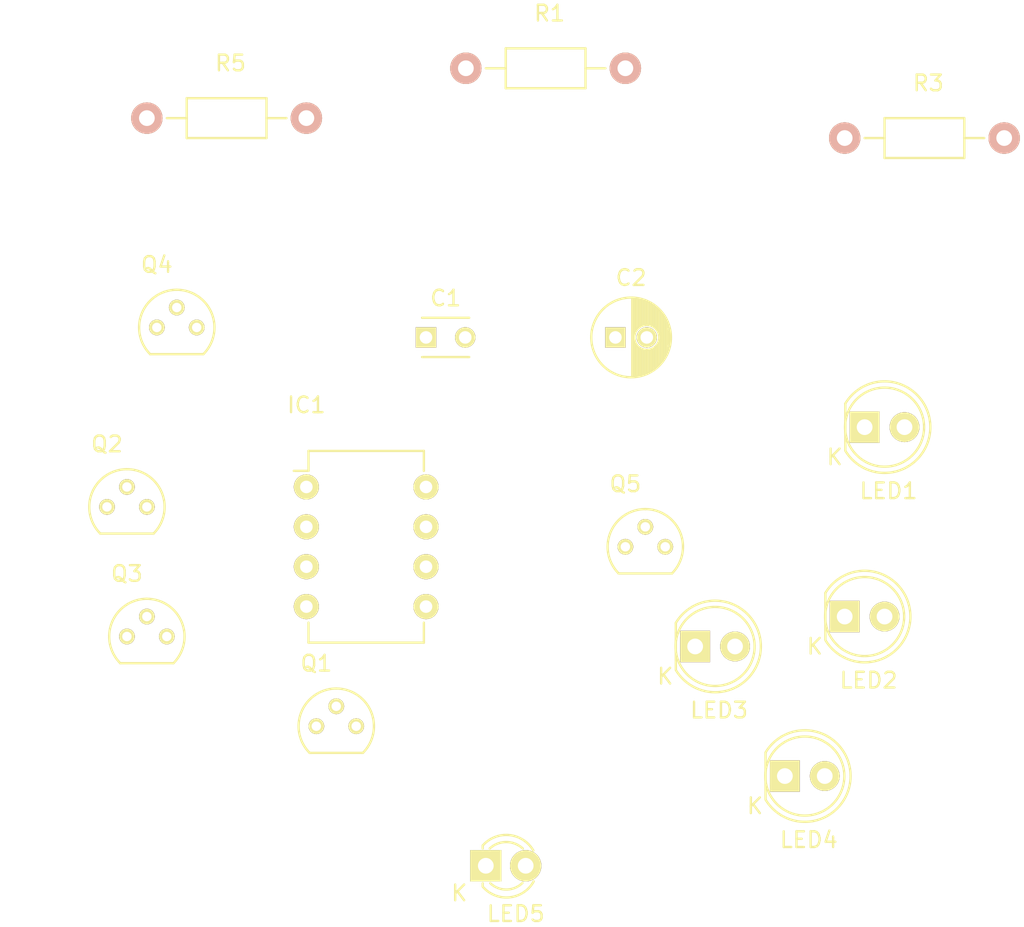
<source format=kicad_pcb>
(kicad_pcb (version 4) (host pcbnew 4.0.2-stable)

  (general
    (links 28)
    (no_connects 28)
    (area 0 0 0 0)
    (thickness 1.6)
    (drawings 0)
    (tracks 0)
    (zones 0)
    (modules 16)
    (nets 16)
  )

  (page A4)
  (layers
    (0 F.Cu signal)
    (31 B.Cu signal)
    (32 B.Adhes user)
    (33 F.Adhes user)
    (34 B.Paste user)
    (35 F.Paste user)
    (36 B.SilkS user)
    (37 F.SilkS user)
    (38 B.Mask user)
    (39 F.Mask user)
    (40 Dwgs.User user)
    (41 Cmts.User user)
    (42 Eco1.User user)
    (43 Eco2.User user)
    (44 Edge.Cuts user)
    (45 Margin user)
    (46 B.CrtYd user)
    (47 F.CrtYd user)
    (48 B.Fab user)
    (49 F.Fab user)
  )

  (setup
    (last_trace_width 0.25)
    (trace_clearance 0.2)
    (zone_clearance 0.508)
    (zone_45_only no)
    (trace_min 0.2)
    (segment_width 0.2)
    (edge_width 0.15)
    (via_size 0.6)
    (via_drill 0.4)
    (via_min_size 0.4)
    (via_min_drill 0.3)
    (uvia_size 0.3)
    (uvia_drill 0.1)
    (uvias_allowed no)
    (uvia_min_size 0.2)
    (uvia_min_drill 0.1)
    (pcb_text_width 0.3)
    (pcb_text_size 1.5 1.5)
    (mod_edge_width 0.15)
    (mod_text_size 1 1)
    (mod_text_width 0.15)
    (pad_size 1.524 1.524)
    (pad_drill 0.762)
    (pad_to_mask_clearance 0.2)
    (aux_axis_origin 0 0)
    (visible_elements FFFFFF7F)
    (pcbplotparams
      (layerselection 0x00030_80000001)
      (usegerberextensions false)
      (excludeedgelayer true)
      (linewidth 0.100000)
      (plotframeref false)
      (viasonmask false)
      (mode 1)
      (useauxorigin false)
      (hpglpennumber 1)
      (hpglpenspeed 20)
      (hpglpendiameter 15)
      (hpglpenoverlay 2)
      (psnegative false)
      (psa4output false)
      (plotreference true)
      (plotvalue true)
      (plotinvisibletext false)
      (padsonsilk false)
      (subtractmaskfromsilk false)
      (outputformat 1)
      (mirror false)
      (drillshape 1)
      (scaleselection 1)
      (outputdirectory ""))
  )

  (net 0 "")
  (net 1 VCC)
  (net 2 GND)
  (net 3 PB5)
  (net 4 PB3)
  (net 5 PB4)
  (net 6 PB0)
  (net 7 PB1)
  (net 8 PB2)
  (net 9 "Net-(LED1-Pad1)")
  (net 10 "Net-(LED2-Pad1)")
  (net 11 "Net-(LED3-Pad1)")
  (net 12 "Net-(LED4-Pad1)")
  (net 13 "Net-(LED5-Pad1)")
  (net 14 4xQ)
  (net 15 "Net-(Q5-Pad2)")

  (net_class Default "This is the default net class."
    (clearance 0.2)
    (trace_width 0.25)
    (via_dia 0.6)
    (via_drill 0.4)
    (uvia_dia 0.3)
    (uvia_drill 0.1)
    (add_net 4xQ)
    (add_net GND)
    (add_net "Net-(LED1-Pad1)")
    (add_net "Net-(LED2-Pad1)")
    (add_net "Net-(LED3-Pad1)")
    (add_net "Net-(LED4-Pad1)")
    (add_net "Net-(LED5-Pad1)")
    (add_net "Net-(Q5-Pad2)")
    (add_net PB0)
    (add_net PB1)
    (add_net PB2)
    (add_net PB3)
    (add_net PB4)
    (add_net PB5)
    (add_net VCC)
  )

  (module Capacitors_ThroughHole:C_Disc_D3_P2.5 (layer F.Cu) (tedit 0) (tstamp 57584DD7)
    (at 142.24 93.98)
    (descr "Capacitor 3mm Disc, Pitch 2.5mm")
    (tags Capacitor)
    (path /5757FD29)
    (fp_text reference C1 (at 1.25 -2.5) (layer F.SilkS)
      (effects (font (size 1 1) (thickness 0.15)))
    )
    (fp_text value 399-4151-ND (at 1.25 2.5) (layer F.Fab)
      (effects (font (size 1 1) (thickness 0.15)))
    )
    (fp_line (start -0.9 -1.5) (end 3.4 -1.5) (layer F.CrtYd) (width 0.05))
    (fp_line (start 3.4 -1.5) (end 3.4 1.5) (layer F.CrtYd) (width 0.05))
    (fp_line (start 3.4 1.5) (end -0.9 1.5) (layer F.CrtYd) (width 0.05))
    (fp_line (start -0.9 1.5) (end -0.9 -1.5) (layer F.CrtYd) (width 0.05))
    (fp_line (start -0.25 -1.25) (end 2.75 -1.25) (layer F.SilkS) (width 0.15))
    (fp_line (start 2.75 1.25) (end -0.25 1.25) (layer F.SilkS) (width 0.15))
    (pad 1 thru_hole rect (at 0 0) (size 1.3 1.3) (drill 0.8) (layers *.Cu *.Mask F.SilkS)
      (net 1 VCC))
    (pad 2 thru_hole circle (at 2.5 0) (size 1.3 1.3) (drill 0.8001) (layers *.Cu *.Mask F.SilkS)
      (net 2 GND))
    (model Capacitors_ThroughHole.3dshapes/C_Disc_D3_P2.5.wrl
      (at (xyz 0.0492126 0 0))
      (scale (xyz 1 1 1))
      (rotate (xyz 0 0 0))
    )
  )

  (module Capacitors_ThroughHole:C_Radial_D5_L11_P2 (layer F.Cu) (tedit 0) (tstamp 57584DDD)
    (at 154.305 93.98)
    (descr "Radial Electrolytic Capacitor 5mm x Length 11mm, Pitch 2mm")
    (tags "Electrolytic Capacitor")
    (path /5757FCDE)
    (fp_text reference C2 (at 1 -3.8) (layer F.SilkS)
      (effects (font (size 1 1) (thickness 0.15)))
    )
    (fp_text value 493-1004-ND (at 1 3.8) (layer F.Fab)
      (effects (font (size 1 1) (thickness 0.15)))
    )
    (fp_line (start 1.075 -2.499) (end 1.075 2.499) (layer F.SilkS) (width 0.15))
    (fp_line (start 1.215 -2.491) (end 1.215 -0.154) (layer F.SilkS) (width 0.15))
    (fp_line (start 1.215 0.154) (end 1.215 2.491) (layer F.SilkS) (width 0.15))
    (fp_line (start 1.355 -2.475) (end 1.355 -0.473) (layer F.SilkS) (width 0.15))
    (fp_line (start 1.355 0.473) (end 1.355 2.475) (layer F.SilkS) (width 0.15))
    (fp_line (start 1.495 -2.451) (end 1.495 -0.62) (layer F.SilkS) (width 0.15))
    (fp_line (start 1.495 0.62) (end 1.495 2.451) (layer F.SilkS) (width 0.15))
    (fp_line (start 1.635 -2.418) (end 1.635 -0.712) (layer F.SilkS) (width 0.15))
    (fp_line (start 1.635 0.712) (end 1.635 2.418) (layer F.SilkS) (width 0.15))
    (fp_line (start 1.775 -2.377) (end 1.775 -0.768) (layer F.SilkS) (width 0.15))
    (fp_line (start 1.775 0.768) (end 1.775 2.377) (layer F.SilkS) (width 0.15))
    (fp_line (start 1.915 -2.327) (end 1.915 -0.795) (layer F.SilkS) (width 0.15))
    (fp_line (start 1.915 0.795) (end 1.915 2.327) (layer F.SilkS) (width 0.15))
    (fp_line (start 2.055 -2.266) (end 2.055 -0.798) (layer F.SilkS) (width 0.15))
    (fp_line (start 2.055 0.798) (end 2.055 2.266) (layer F.SilkS) (width 0.15))
    (fp_line (start 2.195 -2.196) (end 2.195 -0.776) (layer F.SilkS) (width 0.15))
    (fp_line (start 2.195 0.776) (end 2.195 2.196) (layer F.SilkS) (width 0.15))
    (fp_line (start 2.335 -2.114) (end 2.335 -0.726) (layer F.SilkS) (width 0.15))
    (fp_line (start 2.335 0.726) (end 2.335 2.114) (layer F.SilkS) (width 0.15))
    (fp_line (start 2.475 -2.019) (end 2.475 -0.644) (layer F.SilkS) (width 0.15))
    (fp_line (start 2.475 0.644) (end 2.475 2.019) (layer F.SilkS) (width 0.15))
    (fp_line (start 2.615 -1.908) (end 2.615 -0.512) (layer F.SilkS) (width 0.15))
    (fp_line (start 2.615 0.512) (end 2.615 1.908) (layer F.SilkS) (width 0.15))
    (fp_line (start 2.755 -1.78) (end 2.755 -0.265) (layer F.SilkS) (width 0.15))
    (fp_line (start 2.755 0.265) (end 2.755 1.78) (layer F.SilkS) (width 0.15))
    (fp_line (start 2.895 -1.631) (end 2.895 1.631) (layer F.SilkS) (width 0.15))
    (fp_line (start 3.035 -1.452) (end 3.035 1.452) (layer F.SilkS) (width 0.15))
    (fp_line (start 3.175 -1.233) (end 3.175 1.233) (layer F.SilkS) (width 0.15))
    (fp_line (start 3.315 -0.944) (end 3.315 0.944) (layer F.SilkS) (width 0.15))
    (fp_line (start 3.455 -0.472) (end 3.455 0.472) (layer F.SilkS) (width 0.15))
    (fp_circle (center 2 0) (end 2 -0.8) (layer F.SilkS) (width 0.15))
    (fp_circle (center 1 0) (end 1 -2.5375) (layer F.SilkS) (width 0.15))
    (fp_circle (center 1 0) (end 1 -2.8) (layer F.CrtYd) (width 0.05))
    (pad 1 thru_hole rect (at 0 0) (size 1.3 1.3) (drill 0.8) (layers *.Cu *.Mask F.SilkS)
      (net 1 VCC))
    (pad 2 thru_hole circle (at 2 0) (size 1.3 1.3) (drill 0.8) (layers *.Cu *.Mask F.SilkS)
      (net 2 GND))
    (model Capacitors_ThroughHole.3dshapes/C_Radial_D5_L11_P2.wrl
      (at (xyz 0 0 0))
      (scale (xyz 1 1 1))
      (rotate (xyz 0 0 0))
    )
  )

  (module Housings_DIP:DIP-8_W7.62mm (layer F.Cu) (tedit 54130A77) (tstamp 57584DE9)
    (at 134.62 103.505)
    (descr "8-lead dip package, row spacing 7.62 mm (300 mils)")
    (tags "dil dip 2.54 300")
    (path /5757DE52)
    (fp_text reference IC1 (at 0 -5.22) (layer F.SilkS)
      (effects (font (size 1 1) (thickness 0.15)))
    )
    (fp_text value ATTINY85V-10PU-ND (at 0 -3.72) (layer F.Fab)
      (effects (font (size 1 1) (thickness 0.15)))
    )
    (fp_line (start -1.05 -2.45) (end -1.05 10.1) (layer F.CrtYd) (width 0.05))
    (fp_line (start 8.65 -2.45) (end 8.65 10.1) (layer F.CrtYd) (width 0.05))
    (fp_line (start -1.05 -2.45) (end 8.65 -2.45) (layer F.CrtYd) (width 0.05))
    (fp_line (start -1.05 10.1) (end 8.65 10.1) (layer F.CrtYd) (width 0.05))
    (fp_line (start 0.135 -2.295) (end 0.135 -1.025) (layer F.SilkS) (width 0.15))
    (fp_line (start 7.485 -2.295) (end 7.485 -1.025) (layer F.SilkS) (width 0.15))
    (fp_line (start 7.485 9.915) (end 7.485 8.645) (layer F.SilkS) (width 0.15))
    (fp_line (start 0.135 9.915) (end 0.135 8.645) (layer F.SilkS) (width 0.15))
    (fp_line (start 0.135 -2.295) (end 7.485 -2.295) (layer F.SilkS) (width 0.15))
    (fp_line (start 0.135 9.915) (end 7.485 9.915) (layer F.SilkS) (width 0.15))
    (fp_line (start 0.135 -1.025) (end -0.8 -1.025) (layer F.SilkS) (width 0.15))
    (pad 1 thru_hole oval (at 0 0) (size 1.6 1.6) (drill 0.8) (layers *.Cu *.Mask F.SilkS)
      (net 3 PB5))
    (pad 2 thru_hole oval (at 0 2.54) (size 1.6 1.6) (drill 0.8) (layers *.Cu *.Mask F.SilkS)
      (net 4 PB3))
    (pad 3 thru_hole oval (at 0 5.08) (size 1.6 1.6) (drill 0.8) (layers *.Cu *.Mask F.SilkS)
      (net 5 PB4))
    (pad 4 thru_hole oval (at 0 7.62) (size 1.6 1.6) (drill 0.8) (layers *.Cu *.Mask F.SilkS)
      (net 2 GND))
    (pad 5 thru_hole oval (at 7.62 7.62) (size 1.6 1.6) (drill 0.8) (layers *.Cu *.Mask F.SilkS)
      (net 6 PB0))
    (pad 6 thru_hole oval (at 7.62 5.08) (size 1.6 1.6) (drill 0.8) (layers *.Cu *.Mask F.SilkS)
      (net 7 PB1))
    (pad 7 thru_hole oval (at 7.62 2.54) (size 1.6 1.6) (drill 0.8) (layers *.Cu *.Mask F.SilkS)
      (net 8 PB2))
    (pad 8 thru_hole oval (at 7.62 0) (size 1.6 1.6) (drill 0.8) (layers *.Cu *.Mask F.SilkS)
      (net 1 VCC))
    (model Housings_DIP.3dshapes/DIP-8_W7.62mm.wrl
      (at (xyz 0 0 0))
      (scale (xyz 1 1 1))
      (rotate (xyz 0 0 0))
    )
  )

  (module LEDs:LED-5MM (layer F.Cu) (tedit 5570F7EA) (tstamp 57584DEF)
    (at 170.18 99.695)
    (descr "LED 5mm round vertical")
    (tags "LED 5mm round vertical")
    (path /57582165)
    (fp_text reference LED1 (at 1.524 4.064) (layer F.SilkS)
      (effects (font (size 1 1) (thickness 0.15)))
    )
    (fp_text value "1080-1082-ND " (at 1.524 -3.937) (layer F.Fab)
      (effects (font (size 1 1) (thickness 0.15)))
    )
    (fp_line (start -1.5 -1.55) (end -1.5 1.55) (layer F.CrtYd) (width 0.05))
    (fp_arc (start 1.3 0) (end -1.5 1.55) (angle -302) (layer F.CrtYd) (width 0.05))
    (fp_arc (start 1.27 0) (end -1.23 -1.5) (angle 297.5) (layer F.SilkS) (width 0.15))
    (fp_line (start -1.23 1.5) (end -1.23 -1.5) (layer F.SilkS) (width 0.15))
    (fp_circle (center 1.27 0) (end 0.97 -2.5) (layer F.SilkS) (width 0.15))
    (fp_text user K (at -1.905 1.905) (layer F.SilkS)
      (effects (font (size 1 1) (thickness 0.15)))
    )
    (pad 1 thru_hole rect (at 0 0 90) (size 2 1.9) (drill 1.00076) (layers *.Cu *.Mask F.SilkS)
      (net 9 "Net-(LED1-Pad1)"))
    (pad 2 thru_hole circle (at 2.54 0) (size 1.9 1.9) (drill 1.00076) (layers *.Cu *.Mask F.SilkS)
      (net 1 VCC))
    (model LEDs.3dshapes/LED-5MM.wrl
      (at (xyz 0.05 0 0))
      (scale (xyz 1 1 1))
      (rotate (xyz 0 0 90))
    )
  )

  (module LEDs:LED-5MM (layer F.Cu) (tedit 5570F7EA) (tstamp 57584DF5)
    (at 168.91 111.76)
    (descr "LED 5mm round vertical")
    (tags "LED 5mm round vertical")
    (path /575824DC)
    (fp_text reference LED2 (at 1.524 4.064) (layer F.SilkS)
      (effects (font (size 1 1) (thickness 0.15)))
    )
    (fp_text value "1080-1080-ND " (at 1.524 -3.937) (layer F.Fab)
      (effects (font (size 1 1) (thickness 0.15)))
    )
    (fp_line (start -1.5 -1.55) (end -1.5 1.55) (layer F.CrtYd) (width 0.05))
    (fp_arc (start 1.3 0) (end -1.5 1.55) (angle -302) (layer F.CrtYd) (width 0.05))
    (fp_arc (start 1.27 0) (end -1.23 -1.5) (angle 297.5) (layer F.SilkS) (width 0.15))
    (fp_line (start -1.23 1.5) (end -1.23 -1.5) (layer F.SilkS) (width 0.15))
    (fp_circle (center 1.27 0) (end 0.97 -2.5) (layer F.SilkS) (width 0.15))
    (fp_text user K (at -1.905 1.905) (layer F.SilkS)
      (effects (font (size 1 1) (thickness 0.15)))
    )
    (pad 1 thru_hole rect (at 0 0 90) (size 2 1.9) (drill 1.00076) (layers *.Cu *.Mask F.SilkS)
      (net 10 "Net-(LED2-Pad1)"))
    (pad 2 thru_hole circle (at 2.54 0) (size 1.9 1.9) (drill 1.00076) (layers *.Cu *.Mask F.SilkS)
      (net 1 VCC))
    (model LEDs.3dshapes/LED-5MM.wrl
      (at (xyz 0.05 0 0))
      (scale (xyz 1 1 1))
      (rotate (xyz 0 0 90))
    )
  )

  (module LEDs:LED-5MM (layer F.Cu) (tedit 5570F7EA) (tstamp 57584DFB)
    (at 159.385 113.665)
    (descr "LED 5mm round vertical")
    (tags "LED 5mm round vertical")
    (path /575825CB)
    (fp_text reference LED3 (at 1.524 4.064) (layer F.SilkS)
      (effects (font (size 1 1) (thickness 0.15)))
    )
    (fp_text value "1080-1080-ND " (at 1.524 -3.937) (layer F.Fab)
      (effects (font (size 1 1) (thickness 0.15)))
    )
    (fp_line (start -1.5 -1.55) (end -1.5 1.55) (layer F.CrtYd) (width 0.05))
    (fp_arc (start 1.3 0) (end -1.5 1.55) (angle -302) (layer F.CrtYd) (width 0.05))
    (fp_arc (start 1.27 0) (end -1.23 -1.5) (angle 297.5) (layer F.SilkS) (width 0.15))
    (fp_line (start -1.23 1.5) (end -1.23 -1.5) (layer F.SilkS) (width 0.15))
    (fp_circle (center 1.27 0) (end 0.97 -2.5) (layer F.SilkS) (width 0.15))
    (fp_text user K (at -1.905 1.905) (layer F.SilkS)
      (effects (font (size 1 1) (thickness 0.15)))
    )
    (pad 1 thru_hole rect (at 0 0 90) (size 2 1.9) (drill 1.00076) (layers *.Cu *.Mask F.SilkS)
      (net 11 "Net-(LED3-Pad1)"))
    (pad 2 thru_hole circle (at 2.54 0) (size 1.9 1.9) (drill 1.00076) (layers *.Cu *.Mask F.SilkS)
      (net 1 VCC))
    (model LEDs.3dshapes/LED-5MM.wrl
      (at (xyz 0.05 0 0))
      (scale (xyz 1 1 1))
      (rotate (xyz 0 0 90))
    )
  )

  (module LEDs:LED-5MM (layer F.Cu) (tedit 5570F7EA) (tstamp 57584E01)
    (at 165.1 121.92)
    (descr "LED 5mm round vertical")
    (tags "LED 5mm round vertical")
    (path /57581A41)
    (fp_text reference LED4 (at 1.524 4.064) (layer F.SilkS)
      (effects (font (size 1 1) (thickness 0.15)))
    )
    (fp_text value "1080-1082-ND " (at 1.524 -3.937) (layer F.Fab)
      (effects (font (size 1 1) (thickness 0.15)))
    )
    (fp_line (start -1.5 -1.55) (end -1.5 1.55) (layer F.CrtYd) (width 0.05))
    (fp_arc (start 1.3 0) (end -1.5 1.55) (angle -302) (layer F.CrtYd) (width 0.05))
    (fp_arc (start 1.27 0) (end -1.23 -1.5) (angle 297.5) (layer F.SilkS) (width 0.15))
    (fp_line (start -1.23 1.5) (end -1.23 -1.5) (layer F.SilkS) (width 0.15))
    (fp_circle (center 1.27 0) (end 0.97 -2.5) (layer F.SilkS) (width 0.15))
    (fp_text user K (at -1.905 1.905) (layer F.SilkS)
      (effects (font (size 1 1) (thickness 0.15)))
    )
    (pad 1 thru_hole rect (at 0 0 90) (size 2 1.9) (drill 1.00076) (layers *.Cu *.Mask F.SilkS)
      (net 12 "Net-(LED4-Pad1)"))
    (pad 2 thru_hole circle (at 2.54 0) (size 1.9 1.9) (drill 1.00076) (layers *.Cu *.Mask F.SilkS)
      (net 1 VCC))
    (model LEDs.3dshapes/LED-5MM.wrl
      (at (xyz 0.05 0 0))
      (scale (xyz 1 1 1))
      (rotate (xyz 0 0 90))
    )
  )

  (module LEDs:LED-3MM (layer F.Cu) (tedit 559B82F6) (tstamp 57584E07)
    (at 146.05 127.635)
    (descr "LED 3mm round vertical")
    (tags "LED  3mm round vertical")
    (path /57583B30)
    (fp_text reference LED5 (at 1.91 3.06) (layer F.SilkS)
      (effects (font (size 1 1) (thickness 0.15)))
    )
    (fp_text value 754-1735-ND (at 1.3 -2.9) (layer F.Fab)
      (effects (font (size 1 1) (thickness 0.15)))
    )
    (fp_line (start -1.2 2.3) (end 3.8 2.3) (layer F.CrtYd) (width 0.05))
    (fp_line (start 3.8 2.3) (end 3.8 -2.2) (layer F.CrtYd) (width 0.05))
    (fp_line (start 3.8 -2.2) (end -1.2 -2.2) (layer F.CrtYd) (width 0.05))
    (fp_line (start -1.2 -2.2) (end -1.2 2.3) (layer F.CrtYd) (width 0.05))
    (fp_line (start -0.199 1.314) (end -0.199 1.114) (layer F.SilkS) (width 0.15))
    (fp_line (start -0.199 -1.28) (end -0.199 -1.1) (layer F.SilkS) (width 0.15))
    (fp_arc (start 1.301 0.034) (end -0.199 -1.286) (angle 108.5) (layer F.SilkS) (width 0.15))
    (fp_arc (start 1.301 0.034) (end 0.25 -1.1) (angle 85.7) (layer F.SilkS) (width 0.15))
    (fp_arc (start 1.311 0.034) (end 3.051 0.994) (angle 110) (layer F.SilkS) (width 0.15))
    (fp_arc (start 1.301 0.034) (end 2.335 1.094) (angle 87.5) (layer F.SilkS) (width 0.15))
    (fp_text user K (at -1.69 1.74) (layer F.SilkS)
      (effects (font (size 1 1) (thickness 0.15)))
    )
    (pad 1 thru_hole rect (at 0 0 90) (size 2 2) (drill 1.00076) (layers *.Cu *.Mask F.SilkS)
      (net 13 "Net-(LED5-Pad1)"))
    (pad 2 thru_hole circle (at 2.54 0) (size 2 2) (drill 1.00076) (layers *.Cu *.Mask F.SilkS)
      (net 1 VCC))
    (model LEDs.3dshapes/LED-3MM.wrl
      (at (xyz 0.05 0 0))
      (scale (xyz 1 1 1))
      (rotate (xyz 0 0 90))
    )
  )

  (module TO_SOT_Packages_THT:TO-92_Molded_Narrow (layer F.Cu) (tedit 54F242E1) (tstamp 57584E0E)
    (at 135.255 118.745)
    (descr "TO-92 leads molded, narrow, drill 0.6mm (see NXP sot054_po.pdf)")
    (tags "to-92 sc-43 sc-43a sot54 PA33 transistor")
    (path /5758215F)
    (fp_text reference Q1 (at 0 -4) (layer F.SilkS)
      (effects (font (size 1 1) (thickness 0.15)))
    )
    (fp_text value PN2222ATFCT-ND (at 0 3) (layer F.Fab)
      (effects (font (size 1 1) (thickness 0.15)))
    )
    (fp_line (start -1.4 1.95) (end -1.4 -2.65) (layer F.CrtYd) (width 0.05))
    (fp_line (start -1.4 1.95) (end 3.9 1.95) (layer F.CrtYd) (width 0.05))
    (fp_line (start -0.43 1.7) (end 2.97 1.7) (layer F.SilkS) (width 0.15))
    (fp_arc (start 1.27 0) (end 1.27 -2.4) (angle -135) (layer F.SilkS) (width 0.15))
    (fp_arc (start 1.27 0) (end 1.27 -2.4) (angle 135) (layer F.SilkS) (width 0.15))
    (fp_line (start -1.4 -2.65) (end 3.9 -2.65) (layer F.CrtYd) (width 0.05))
    (fp_line (start 3.9 1.95) (end 3.9 -2.65) (layer F.CrtYd) (width 0.05))
    (pad 2 thru_hole circle (at 1.27 -1.27 90) (size 1.00076 1.00076) (drill 0.6) (layers *.Cu *.Mask F.SilkS)
      (net 14 4xQ))
    (pad 3 thru_hole circle (at 2.54 0 90) (size 1.00076 1.00076) (drill 0.6) (layers *.Cu *.Mask F.SilkS)
      (net 9 "Net-(LED1-Pad1)"))
    (pad 1 thru_hole circle (at 0 0 90) (size 1.00076 1.00076) (drill 0.6) (layers *.Cu *.Mask F.SilkS)
      (net 2 GND))
    (model TO_SOT_Packages_THT.3dshapes/TO-92_Molded_Narrow.wrl
      (at (xyz 0.05 0 0))
      (scale (xyz 1 1 1))
      (rotate (xyz 0 0 -90))
    )
  )

  (module TO_SOT_Packages_THT:TO-92_Molded_Narrow (layer F.Cu) (tedit 54F242E1) (tstamp 57584E15)
    (at 121.92 104.775)
    (descr "TO-92 leads molded, narrow, drill 0.6mm (see NXP sot054_po.pdf)")
    (tags "to-92 sc-43 sc-43a sot54 PA33 transistor")
    (path /575824D6)
    (fp_text reference Q2 (at 0 -4) (layer F.SilkS)
      (effects (font (size 1 1) (thickness 0.15)))
    )
    (fp_text value PN2222ATFCT-ND (at 0 3) (layer F.Fab)
      (effects (font (size 1 1) (thickness 0.15)))
    )
    (fp_line (start -1.4 1.95) (end -1.4 -2.65) (layer F.CrtYd) (width 0.05))
    (fp_line (start -1.4 1.95) (end 3.9 1.95) (layer F.CrtYd) (width 0.05))
    (fp_line (start -0.43 1.7) (end 2.97 1.7) (layer F.SilkS) (width 0.15))
    (fp_arc (start 1.27 0) (end 1.27 -2.4) (angle -135) (layer F.SilkS) (width 0.15))
    (fp_arc (start 1.27 0) (end 1.27 -2.4) (angle 135) (layer F.SilkS) (width 0.15))
    (fp_line (start -1.4 -2.65) (end 3.9 -2.65) (layer F.CrtYd) (width 0.05))
    (fp_line (start 3.9 1.95) (end 3.9 -2.65) (layer F.CrtYd) (width 0.05))
    (pad 2 thru_hole circle (at 1.27 -1.27 90) (size 1.00076 1.00076) (drill 0.6) (layers *.Cu *.Mask F.SilkS)
      (net 14 4xQ))
    (pad 3 thru_hole circle (at 2.54 0 90) (size 1.00076 1.00076) (drill 0.6) (layers *.Cu *.Mask F.SilkS)
      (net 10 "Net-(LED2-Pad1)"))
    (pad 1 thru_hole circle (at 0 0 90) (size 1.00076 1.00076) (drill 0.6) (layers *.Cu *.Mask F.SilkS)
      (net 2 GND))
    (model TO_SOT_Packages_THT.3dshapes/TO-92_Molded_Narrow.wrl
      (at (xyz 0.05 0 0))
      (scale (xyz 1 1 1))
      (rotate (xyz 0 0 -90))
    )
  )

  (module TO_SOT_Packages_THT:TO-92_Molded_Narrow (layer F.Cu) (tedit 54F242E1) (tstamp 57584E1C)
    (at 123.19 113.03)
    (descr "TO-92 leads molded, narrow, drill 0.6mm (see NXP sot054_po.pdf)")
    (tags "to-92 sc-43 sc-43a sot54 PA33 transistor")
    (path /575825C5)
    (fp_text reference Q3 (at 0 -4) (layer F.SilkS)
      (effects (font (size 1 1) (thickness 0.15)))
    )
    (fp_text value PN2222ATFCT-ND (at 0 3) (layer F.Fab)
      (effects (font (size 1 1) (thickness 0.15)))
    )
    (fp_line (start -1.4 1.95) (end -1.4 -2.65) (layer F.CrtYd) (width 0.05))
    (fp_line (start -1.4 1.95) (end 3.9 1.95) (layer F.CrtYd) (width 0.05))
    (fp_line (start -0.43 1.7) (end 2.97 1.7) (layer F.SilkS) (width 0.15))
    (fp_arc (start 1.27 0) (end 1.27 -2.4) (angle -135) (layer F.SilkS) (width 0.15))
    (fp_arc (start 1.27 0) (end 1.27 -2.4) (angle 135) (layer F.SilkS) (width 0.15))
    (fp_line (start -1.4 -2.65) (end 3.9 -2.65) (layer F.CrtYd) (width 0.05))
    (fp_line (start 3.9 1.95) (end 3.9 -2.65) (layer F.CrtYd) (width 0.05))
    (pad 2 thru_hole circle (at 1.27 -1.27 90) (size 1.00076 1.00076) (drill 0.6) (layers *.Cu *.Mask F.SilkS)
      (net 14 4xQ))
    (pad 3 thru_hole circle (at 2.54 0 90) (size 1.00076 1.00076) (drill 0.6) (layers *.Cu *.Mask F.SilkS)
      (net 11 "Net-(LED3-Pad1)"))
    (pad 1 thru_hole circle (at 0 0 90) (size 1.00076 1.00076) (drill 0.6) (layers *.Cu *.Mask F.SilkS)
      (net 2 GND))
    (model TO_SOT_Packages_THT.3dshapes/TO-92_Molded_Narrow.wrl
      (at (xyz 0.05 0 0))
      (scale (xyz 1 1 1))
      (rotate (xyz 0 0 -90))
    )
  )

  (module TO_SOT_Packages_THT:TO-92_Molded_Narrow (layer F.Cu) (tedit 54F242E1) (tstamp 57584E23)
    (at 125.095 93.345)
    (descr "TO-92 leads molded, narrow, drill 0.6mm (see NXP sot054_po.pdf)")
    (tags "to-92 sc-43 sc-43a sot54 PA33 transistor")
    (path /575819B0)
    (fp_text reference Q4 (at 0 -4) (layer F.SilkS)
      (effects (font (size 1 1) (thickness 0.15)))
    )
    (fp_text value PN2222ATFCT-ND (at 0 3) (layer F.Fab)
      (effects (font (size 1 1) (thickness 0.15)))
    )
    (fp_line (start -1.4 1.95) (end -1.4 -2.65) (layer F.CrtYd) (width 0.05))
    (fp_line (start -1.4 1.95) (end 3.9 1.95) (layer F.CrtYd) (width 0.05))
    (fp_line (start -0.43 1.7) (end 2.97 1.7) (layer F.SilkS) (width 0.15))
    (fp_arc (start 1.27 0) (end 1.27 -2.4) (angle -135) (layer F.SilkS) (width 0.15))
    (fp_arc (start 1.27 0) (end 1.27 -2.4) (angle 135) (layer F.SilkS) (width 0.15))
    (fp_line (start -1.4 -2.65) (end 3.9 -2.65) (layer F.CrtYd) (width 0.05))
    (fp_line (start 3.9 1.95) (end 3.9 -2.65) (layer F.CrtYd) (width 0.05))
    (pad 2 thru_hole circle (at 1.27 -1.27 90) (size 1.00076 1.00076) (drill 0.6) (layers *.Cu *.Mask F.SilkS)
      (net 14 4xQ))
    (pad 3 thru_hole circle (at 2.54 0 90) (size 1.00076 1.00076) (drill 0.6) (layers *.Cu *.Mask F.SilkS)
      (net 12 "Net-(LED4-Pad1)"))
    (pad 1 thru_hole circle (at 0 0 90) (size 1.00076 1.00076) (drill 0.6) (layers *.Cu *.Mask F.SilkS)
      (net 2 GND))
    (model TO_SOT_Packages_THT.3dshapes/TO-92_Molded_Narrow.wrl
      (at (xyz 0.05 0 0))
      (scale (xyz 1 1 1))
      (rotate (xyz 0 0 -90))
    )
  )

  (module TO_SOT_Packages_THT:TO-92_Molded_Narrow (layer F.Cu) (tedit 54F242E1) (tstamp 57584E2A)
    (at 154.94 107.315)
    (descr "TO-92 leads molded, narrow, drill 0.6mm (see NXP sot054_po.pdf)")
    (tags "to-92 sc-43 sc-43a sot54 PA33 transistor")
    (path /57580AE2)
    (fp_text reference Q5 (at 0 -4) (layer F.SilkS)
      (effects (font (size 1 1) (thickness 0.15)))
    )
    (fp_text value PN2907-ND (at 0 3) (layer F.Fab)
      (effects (font (size 1 1) (thickness 0.15)))
    )
    (fp_line (start -1.4 1.95) (end -1.4 -2.65) (layer F.CrtYd) (width 0.05))
    (fp_line (start -1.4 1.95) (end 3.9 1.95) (layer F.CrtYd) (width 0.05))
    (fp_line (start -0.43 1.7) (end 2.97 1.7) (layer F.SilkS) (width 0.15))
    (fp_arc (start 1.27 0) (end 1.27 -2.4) (angle -135) (layer F.SilkS) (width 0.15))
    (fp_arc (start 1.27 0) (end 1.27 -2.4) (angle 135) (layer F.SilkS) (width 0.15))
    (fp_line (start -1.4 -2.65) (end 3.9 -2.65) (layer F.CrtYd) (width 0.05))
    (fp_line (start 3.9 1.95) (end 3.9 -2.65) (layer F.CrtYd) (width 0.05))
    (pad 2 thru_hole circle (at 1.27 -1.27 90) (size 1.00076 1.00076) (drill 0.6) (layers *.Cu *.Mask F.SilkS)
      (net 15 "Net-(Q5-Pad2)"))
    (pad 3 thru_hole circle (at 2.54 0 90) (size 1.00076 1.00076) (drill 0.6) (layers *.Cu *.Mask F.SilkS)
      (net 14 4xQ))
    (pad 1 thru_hole circle (at 0 0 90) (size 1.00076 1.00076) (drill 0.6) (layers *.Cu *.Mask F.SilkS)
      (net 1 VCC))
    (model TO_SOT_Packages_THT.3dshapes/TO-92_Molded_Narrow.wrl
      (at (xyz 0.05 0 0))
      (scale (xyz 1 1 1))
      (rotate (xyz 0 0 -90))
    )
  )

  (module Resistors_ThroughHole:Resistor_Horizontal_RM10mm (layer F.Cu) (tedit 56648415) (tstamp 57584E30)
    (at 144.78 76.835)
    (descr "Resistor, Axial,  RM 10mm, 1/3W")
    (tags "Resistor Axial RM 10mm 1/3W")
    (path /5758072A)
    (fp_text reference R1 (at 5.32892 -3.50012) (layer F.SilkS)
      (effects (font (size 1 1) (thickness 0.15)))
    )
    (fp_text value 1K (at 5.08 3.81) (layer F.Fab)
      (effects (font (size 1 1) (thickness 0.15)))
    )
    (fp_line (start -1.25 -1.5) (end 11.4 -1.5) (layer F.CrtYd) (width 0.05))
    (fp_line (start -1.25 1.5) (end -1.25 -1.5) (layer F.CrtYd) (width 0.05))
    (fp_line (start 11.4 -1.5) (end 11.4 1.5) (layer F.CrtYd) (width 0.05))
    (fp_line (start -1.25 1.5) (end 11.4 1.5) (layer F.CrtYd) (width 0.05))
    (fp_line (start 2.54 -1.27) (end 7.62 -1.27) (layer F.SilkS) (width 0.15))
    (fp_line (start 7.62 -1.27) (end 7.62 1.27) (layer F.SilkS) (width 0.15))
    (fp_line (start 7.62 1.27) (end 2.54 1.27) (layer F.SilkS) (width 0.15))
    (fp_line (start 2.54 1.27) (end 2.54 -1.27) (layer F.SilkS) (width 0.15))
    (fp_line (start 2.54 0) (end 1.27 0) (layer F.SilkS) (width 0.15))
    (fp_line (start 7.62 0) (end 8.89 0) (layer F.SilkS) (width 0.15))
    (pad 1 thru_hole circle (at 0 0) (size 1.99898 1.99898) (drill 1.00076) (layers *.Cu *.SilkS *.Mask)
      (net 15 "Net-(Q5-Pad2)"))
    (pad 2 thru_hole circle (at 10.16 0) (size 1.99898 1.99898) (drill 1.00076) (layers *.Cu *.SilkS *.Mask)
      (net 6 PB0))
    (model Resistors_ThroughHole.3dshapes/Resistor_Horizontal_RM10mm.wrl
      (at (xyz 0.2 0 0))
      (scale (xyz 0.4 0.4 0.4))
      (rotate (xyz 0 0 0))
    )
  )

  (module Resistors_ThroughHole:Resistor_Horizontal_RM10mm (layer F.Cu) (tedit 56648415) (tstamp 57584E36)
    (at 168.91 81.28)
    (descr "Resistor, Axial,  RM 10mm, 1/3W")
    (tags "Resistor Axial RM 10mm 1/3W")
    (path /5758897B)
    (fp_text reference R3 (at 5.32892 -3.50012) (layer F.SilkS)
      (effects (font (size 1 1) (thickness 0.15)))
    )
    (fp_text value 10K (at 5.08 3.81) (layer F.Fab)
      (effects (font (size 1 1) (thickness 0.15)))
    )
    (fp_line (start -1.25 -1.5) (end 11.4 -1.5) (layer F.CrtYd) (width 0.05))
    (fp_line (start -1.25 1.5) (end -1.25 -1.5) (layer F.CrtYd) (width 0.05))
    (fp_line (start 11.4 -1.5) (end 11.4 1.5) (layer F.CrtYd) (width 0.05))
    (fp_line (start -1.25 1.5) (end 11.4 1.5) (layer F.CrtYd) (width 0.05))
    (fp_line (start 2.54 -1.27) (end 7.62 -1.27) (layer F.SilkS) (width 0.15))
    (fp_line (start 7.62 -1.27) (end 7.62 1.27) (layer F.SilkS) (width 0.15))
    (fp_line (start 7.62 1.27) (end 2.54 1.27) (layer F.SilkS) (width 0.15))
    (fp_line (start 2.54 1.27) (end 2.54 -1.27) (layer F.SilkS) (width 0.15))
    (fp_line (start 2.54 0) (end 1.27 0) (layer F.SilkS) (width 0.15))
    (fp_line (start 7.62 0) (end 8.89 0) (layer F.SilkS) (width 0.15))
    (pad 1 thru_hole circle (at 0 0) (size 1.99898 1.99898) (drill 1.00076) (layers *.Cu *.SilkS *.Mask)
      (net 2 GND))
    (pad 2 thru_hole circle (at 10.16 0) (size 1.99898 1.99898) (drill 1.00076) (layers *.Cu *.SilkS *.Mask)
      (net 7 PB1))
    (model Resistors_ThroughHole.3dshapes/Resistor_Horizontal_RM10mm.wrl
      (at (xyz 0.2 0 0))
      (scale (xyz 0.4 0.4 0.4))
      (rotate (xyz 0 0 0))
    )
  )

  (module Resistors_ThroughHole:Resistor_Horizontal_RM10mm (layer F.Cu) (tedit 56648415) (tstamp 57584E3C)
    (at 124.46 80.01)
    (descr "Resistor, Axial,  RM 10mm, 1/3W")
    (tags "Resistor Axial RM 10mm 1/3W")
    (path /57583A9E)
    (fp_text reference R5 (at 5.32892 -3.50012) (layer F.SilkS)
      (effects (font (size 1 1) (thickness 0.15)))
    )
    (fp_text value 1K (at 5.08 3.81) (layer F.Fab)
      (effects (font (size 1 1) (thickness 0.15)))
    )
    (fp_line (start -1.25 -1.5) (end 11.4 -1.5) (layer F.CrtYd) (width 0.05))
    (fp_line (start -1.25 1.5) (end -1.25 -1.5) (layer F.CrtYd) (width 0.05))
    (fp_line (start 11.4 -1.5) (end 11.4 1.5) (layer F.CrtYd) (width 0.05))
    (fp_line (start -1.25 1.5) (end 11.4 1.5) (layer F.CrtYd) (width 0.05))
    (fp_line (start 2.54 -1.27) (end 7.62 -1.27) (layer F.SilkS) (width 0.15))
    (fp_line (start 7.62 -1.27) (end 7.62 1.27) (layer F.SilkS) (width 0.15))
    (fp_line (start 7.62 1.27) (end 2.54 1.27) (layer F.SilkS) (width 0.15))
    (fp_line (start 2.54 1.27) (end 2.54 -1.27) (layer F.SilkS) (width 0.15))
    (fp_line (start 2.54 0) (end 1.27 0) (layer F.SilkS) (width 0.15))
    (fp_line (start 7.62 0) (end 8.89 0) (layer F.SilkS) (width 0.15))
    (pad 1 thru_hole circle (at 0 0) (size 1.99898 1.99898) (drill 1.00076) (layers *.Cu *.SilkS *.Mask)
      (net 13 "Net-(LED5-Pad1)"))
    (pad 2 thru_hole circle (at 10.16 0) (size 1.99898 1.99898) (drill 1.00076) (layers *.Cu *.SilkS *.Mask)
      (net 8 PB2))
    (model Resistors_ThroughHole.3dshapes/Resistor_Horizontal_RM10mm.wrl
      (at (xyz 0.2 0 0))
      (scale (xyz 0.4 0.4 0.4))
      (rotate (xyz 0 0 0))
    )
  )

)

</source>
